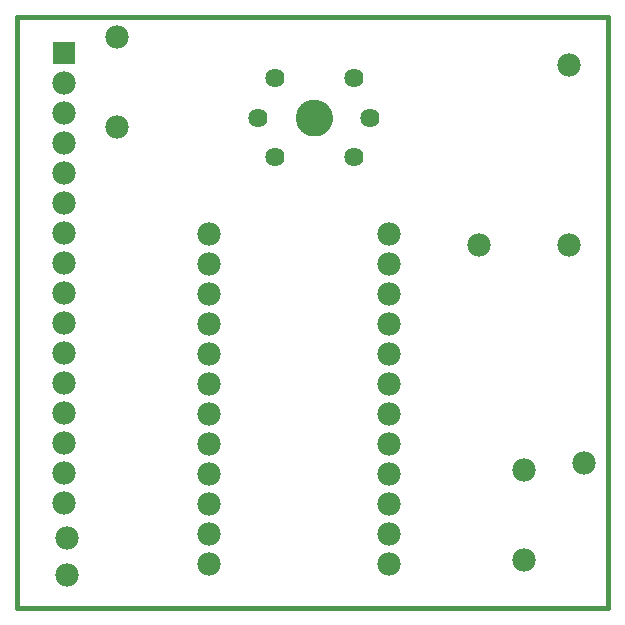
<source format=gts>
G75*
%MOIN*%
%OFA0B0*%
%FSLAX25Y25*%
%IPPOS*%
%LPD*%
%AMOC8*
5,1,8,0,0,1.08239X$1,22.5*
%
%ADD10C,0.01600*%
%ADD11C,0.07800*%
%ADD12R,0.07800X0.07800*%
%ADD13C,0.06400*%
%ADD14C,0.00000*%
%ADD15C,0.12211*%
D10*
X0384396Y0099924D02*
X0581247Y0099924D01*
X0581247Y0296774D01*
X0384396Y0296774D01*
X0384396Y0099924D01*
D11*
X0400833Y0110750D03*
X0400833Y0123250D03*
X0399810Y0134865D03*
X0399810Y0144865D03*
X0399810Y0154865D03*
X0399810Y0164865D03*
X0399810Y0174865D03*
X0399810Y0184865D03*
X0399810Y0194865D03*
X0399810Y0204865D03*
X0399810Y0214865D03*
X0399810Y0224865D03*
X0399810Y0234865D03*
X0399810Y0244865D03*
X0399810Y0254865D03*
X0399810Y0264865D03*
X0399810Y0274865D03*
X0417664Y0260002D03*
X0417664Y0290002D03*
X0448333Y0224451D03*
X0448333Y0214451D03*
X0448333Y0204451D03*
X0448333Y0194451D03*
X0448333Y0184451D03*
X0448333Y0174451D03*
X0448333Y0164451D03*
X0448333Y0154451D03*
X0448333Y0144451D03*
X0448333Y0134451D03*
X0448333Y0124451D03*
X0448333Y0114451D03*
X0508333Y0114451D03*
X0508333Y0124451D03*
X0508333Y0134451D03*
X0508333Y0144451D03*
X0508333Y0154451D03*
X0508333Y0164451D03*
X0508333Y0174451D03*
X0508333Y0184451D03*
X0508333Y0194451D03*
X0508333Y0204451D03*
X0508333Y0214451D03*
X0508333Y0224451D03*
X0538333Y0220750D03*
X0568333Y0220750D03*
X0568333Y0280750D03*
X0573333Y0148250D03*
X0553333Y0145750D03*
X0553333Y0115750D03*
D12*
X0399810Y0284865D03*
D13*
X0464633Y0263250D03*
X0470144Y0250061D03*
X0496522Y0250061D03*
X0502034Y0263250D03*
X0496522Y0276439D03*
X0470144Y0276439D03*
D14*
X0477427Y0263250D02*
X0477429Y0263403D01*
X0477435Y0263557D01*
X0477445Y0263710D01*
X0477459Y0263862D01*
X0477477Y0264015D01*
X0477499Y0264166D01*
X0477524Y0264317D01*
X0477554Y0264468D01*
X0477588Y0264618D01*
X0477625Y0264766D01*
X0477666Y0264914D01*
X0477711Y0265060D01*
X0477760Y0265206D01*
X0477813Y0265350D01*
X0477869Y0265492D01*
X0477929Y0265633D01*
X0477993Y0265773D01*
X0478060Y0265911D01*
X0478131Y0266047D01*
X0478206Y0266181D01*
X0478283Y0266313D01*
X0478365Y0266443D01*
X0478449Y0266571D01*
X0478537Y0266697D01*
X0478628Y0266820D01*
X0478722Y0266941D01*
X0478820Y0267059D01*
X0478920Y0267175D01*
X0479024Y0267288D01*
X0479130Y0267399D01*
X0479239Y0267507D01*
X0479351Y0267612D01*
X0479465Y0267713D01*
X0479583Y0267812D01*
X0479702Y0267908D01*
X0479824Y0268001D01*
X0479949Y0268090D01*
X0480076Y0268177D01*
X0480205Y0268259D01*
X0480336Y0268339D01*
X0480469Y0268415D01*
X0480604Y0268488D01*
X0480741Y0268557D01*
X0480880Y0268622D01*
X0481020Y0268684D01*
X0481162Y0268742D01*
X0481305Y0268797D01*
X0481450Y0268848D01*
X0481596Y0268895D01*
X0481743Y0268938D01*
X0481891Y0268977D01*
X0482040Y0269013D01*
X0482190Y0269044D01*
X0482341Y0269072D01*
X0482492Y0269096D01*
X0482645Y0269116D01*
X0482797Y0269132D01*
X0482950Y0269144D01*
X0483103Y0269152D01*
X0483256Y0269156D01*
X0483410Y0269156D01*
X0483563Y0269152D01*
X0483716Y0269144D01*
X0483869Y0269132D01*
X0484021Y0269116D01*
X0484174Y0269096D01*
X0484325Y0269072D01*
X0484476Y0269044D01*
X0484626Y0269013D01*
X0484775Y0268977D01*
X0484923Y0268938D01*
X0485070Y0268895D01*
X0485216Y0268848D01*
X0485361Y0268797D01*
X0485504Y0268742D01*
X0485646Y0268684D01*
X0485786Y0268622D01*
X0485925Y0268557D01*
X0486062Y0268488D01*
X0486197Y0268415D01*
X0486330Y0268339D01*
X0486461Y0268259D01*
X0486590Y0268177D01*
X0486717Y0268090D01*
X0486842Y0268001D01*
X0486964Y0267908D01*
X0487083Y0267812D01*
X0487201Y0267713D01*
X0487315Y0267612D01*
X0487427Y0267507D01*
X0487536Y0267399D01*
X0487642Y0267288D01*
X0487746Y0267175D01*
X0487846Y0267059D01*
X0487944Y0266941D01*
X0488038Y0266820D01*
X0488129Y0266697D01*
X0488217Y0266571D01*
X0488301Y0266443D01*
X0488383Y0266313D01*
X0488460Y0266181D01*
X0488535Y0266047D01*
X0488606Y0265911D01*
X0488673Y0265773D01*
X0488737Y0265633D01*
X0488797Y0265492D01*
X0488853Y0265350D01*
X0488906Y0265206D01*
X0488955Y0265060D01*
X0489000Y0264914D01*
X0489041Y0264766D01*
X0489078Y0264618D01*
X0489112Y0264468D01*
X0489142Y0264317D01*
X0489167Y0264166D01*
X0489189Y0264015D01*
X0489207Y0263862D01*
X0489221Y0263710D01*
X0489231Y0263557D01*
X0489237Y0263403D01*
X0489239Y0263250D01*
X0489237Y0263097D01*
X0489231Y0262943D01*
X0489221Y0262790D01*
X0489207Y0262638D01*
X0489189Y0262485D01*
X0489167Y0262334D01*
X0489142Y0262183D01*
X0489112Y0262032D01*
X0489078Y0261882D01*
X0489041Y0261734D01*
X0489000Y0261586D01*
X0488955Y0261440D01*
X0488906Y0261294D01*
X0488853Y0261150D01*
X0488797Y0261008D01*
X0488737Y0260867D01*
X0488673Y0260727D01*
X0488606Y0260589D01*
X0488535Y0260453D01*
X0488460Y0260319D01*
X0488383Y0260187D01*
X0488301Y0260057D01*
X0488217Y0259929D01*
X0488129Y0259803D01*
X0488038Y0259680D01*
X0487944Y0259559D01*
X0487846Y0259441D01*
X0487746Y0259325D01*
X0487642Y0259212D01*
X0487536Y0259101D01*
X0487427Y0258993D01*
X0487315Y0258888D01*
X0487201Y0258787D01*
X0487083Y0258688D01*
X0486964Y0258592D01*
X0486842Y0258499D01*
X0486717Y0258410D01*
X0486590Y0258323D01*
X0486461Y0258241D01*
X0486330Y0258161D01*
X0486197Y0258085D01*
X0486062Y0258012D01*
X0485925Y0257943D01*
X0485786Y0257878D01*
X0485646Y0257816D01*
X0485504Y0257758D01*
X0485361Y0257703D01*
X0485216Y0257652D01*
X0485070Y0257605D01*
X0484923Y0257562D01*
X0484775Y0257523D01*
X0484626Y0257487D01*
X0484476Y0257456D01*
X0484325Y0257428D01*
X0484174Y0257404D01*
X0484021Y0257384D01*
X0483869Y0257368D01*
X0483716Y0257356D01*
X0483563Y0257348D01*
X0483410Y0257344D01*
X0483256Y0257344D01*
X0483103Y0257348D01*
X0482950Y0257356D01*
X0482797Y0257368D01*
X0482645Y0257384D01*
X0482492Y0257404D01*
X0482341Y0257428D01*
X0482190Y0257456D01*
X0482040Y0257487D01*
X0481891Y0257523D01*
X0481743Y0257562D01*
X0481596Y0257605D01*
X0481450Y0257652D01*
X0481305Y0257703D01*
X0481162Y0257758D01*
X0481020Y0257816D01*
X0480880Y0257878D01*
X0480741Y0257943D01*
X0480604Y0258012D01*
X0480469Y0258085D01*
X0480336Y0258161D01*
X0480205Y0258241D01*
X0480076Y0258323D01*
X0479949Y0258410D01*
X0479824Y0258499D01*
X0479702Y0258592D01*
X0479583Y0258688D01*
X0479465Y0258787D01*
X0479351Y0258888D01*
X0479239Y0258993D01*
X0479130Y0259101D01*
X0479024Y0259212D01*
X0478920Y0259325D01*
X0478820Y0259441D01*
X0478722Y0259559D01*
X0478628Y0259680D01*
X0478537Y0259803D01*
X0478449Y0259929D01*
X0478365Y0260057D01*
X0478283Y0260187D01*
X0478206Y0260319D01*
X0478131Y0260453D01*
X0478060Y0260589D01*
X0477993Y0260727D01*
X0477929Y0260867D01*
X0477869Y0261008D01*
X0477813Y0261150D01*
X0477760Y0261294D01*
X0477711Y0261440D01*
X0477666Y0261586D01*
X0477625Y0261734D01*
X0477588Y0261882D01*
X0477554Y0262032D01*
X0477524Y0262183D01*
X0477499Y0262334D01*
X0477477Y0262485D01*
X0477459Y0262638D01*
X0477445Y0262790D01*
X0477435Y0262943D01*
X0477429Y0263097D01*
X0477427Y0263250D01*
D15*
X0483333Y0263250D03*
M02*

</source>
